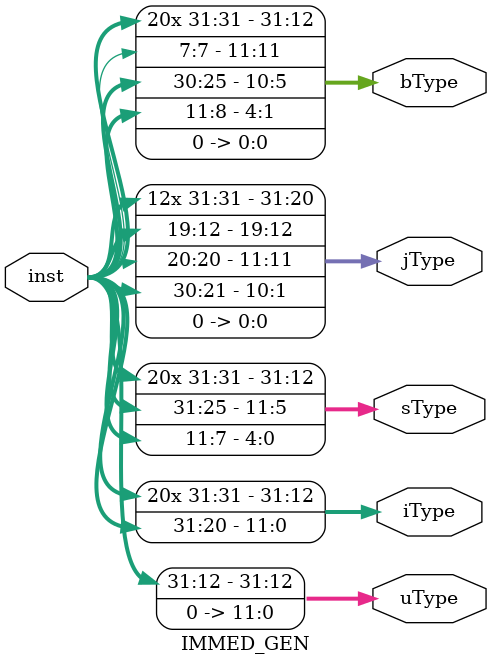
<source format=sv>
`timescale 1ns / 1ps


module IMMED_GEN(
    input [31:7] inst,
    output [31:0] uType,
    output [31:0] iType,
    output [31:0] sType,
    output [31:0] jType,
    output [31:0] bType
    );
    
    assign iType = {{21{inst[31]}}, inst[30:25], inst[24:20]};
    assign sType = {{21{inst[31]}}, inst[30:25], inst[11:7]};
    assign bType = {{20{inst[31]}}, inst[7], inst[30:25], inst[11:8], 1'b0};
    assign uType = {inst[31:12], {12{1'b0}}};
    assign jType = {{12{inst[31]}}, inst[19:12], inst[20], inst[30:21], {1{1'b0}}};
    
endmodule

</source>
